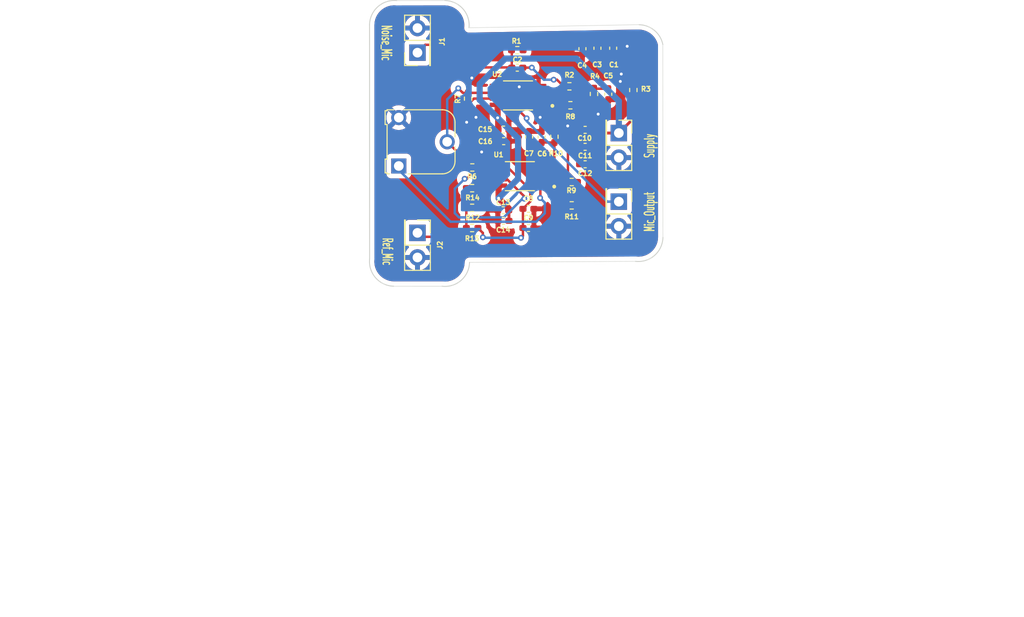
<source format=kicad_pcb>
(kicad_pcb (version 20240108) (generator "pcbnew") (generator_version "8.0")
  (layers (0 "F.Cu" signal) (31 "B.Cu" signal) (34 "B.Paste" user) (35 "F.Paste" user) (36 "B.SilkS" user "B.Silkscreen") (37 "F.SilkS" user "F.Silkscreen") (38 "B.Mask" user) (39 "F.Mask" user) (44 "Edge.Cuts" user))
  (net 0 "")
  (net 1 "Net-(C1-Pad1)")
  (net 2 "GND")
  (net 3 "/Noise_mic")
  (net 4 "Net-(C5-Pad1)")
  (net 5 "Net-(U1A--)")
  (net 6 "Net-(U1B--)")
  (net 7 "VDD")
  (net 8 "Net-(R11-Pad2)")
  (net 9 "Net-(R14-Pad2)")
  (net 10 "/Output")
  (net 11 "Net-(R10-Pad1)")
  (net 12 "Net-(U1A-+)")
  (net 13 "/Voice_input_mic")
  (net 14 "Net-(U1B-+)")
  (net 15 "Net-(U2A-+)")
  (net 16 "Net-(U2A--)")
  (net 17 "Net-(U2B--)")
  (footprint "Capacitor_SMD:C_0402_1005Metric_Pad0.74x0.62mm_HandSolder" (layer "F.Cu") (at 160.528 92.7354 -90)
    (property "Reference" "C4" (at 1.7272 0.0254 180) (layer "F.SilkS") (effects (font (size 0.5 0.5) (thickness 0.125))))
    (property "Value" "10uF" (hide yes))
    (fp_line (start -0.115835 0.36) (end 0.115835 0.36) (stroke (width 0.12)) (layer "F.SilkS"))
    (fp_line (start -0.115835 -0.36) (end 0.115835 -0.36) (stroke (width 0.12)) (layer "F.SilkS"))
    (pad "1" smd roundrect (at -0.5675 0 270) (size 0.735 0.62) (layers "F.Cu" "F.Paste" "F.Mask") (net 1 "Net-(C1-Pad1)"))
    (pad "2" smd roundrect (at 0.5675 0 270) (size 0.735 0.62) (layers "F.Cu" "F.Paste" "F.Mask") (net 2 "GND"))
  )
  (footprint "Connector_PinHeader_2.54mm:PinHeader_2x01_P2.54mm_Vertical" (layer "F.Cu") (at 164.2872 101.4476 -90)
    (property "Reference" "J3" (hide yes))
    (property "Value" "Conn_01x02" (hide yes))
    (fp_line (start -1.33 1.33) (end 3.87 1.33) (stroke (width 0.12)) (layer "F.SilkS"))
    (fp_line (start -1.33 1.27) (end -1.33 1.33) (stroke (width 0.12)) (layer "F.SilkS"))
    (fp_line (start -1.33 1.27) (end 1.27 1.27) (stroke (width 0.12)) (layer "F.SilkS"))
    (fp_line (start 1.27 1.27) (end 1.27 -1.33) (stroke (width 0.12)) (layer "F.SilkS"))
    (fp_line (start -1.33 0) (end -1.33 -1.33) (stroke (width 0.12)) (layer "F.SilkS"))
    (fp_line (start -1.33 -1.33) (end 0 -1.33) (stroke (width 0.12)) (layer "F.SilkS"))
    (fp_line (start 1.27 -1.33) (end 3.87 -1.33) (stroke (width 0.12)) (layer "F.SilkS"))
    (fp_line (start 3.87 -1.33) (end 3.87 1.33) (stroke (width 0.12)) (layer "F.SilkS"))
    (pad "1" thru_hole rect (at 0 0 270) (size 1.7 1.7) (drill 1) (layers "*.Cu" "*.Mask") (net 7 "VDD"))
    (pad "2" thru_hole oval (at 2.54 0 270) (size 1.7 1.7) (drill 1) (layers "*.Cu" "*.Mask") (net 2 "GND"))
  )
  (footprint "Connector_PinHeader_2.54mm:PinHeader_2x01_P2.54mm_Vertical" (layer "F.Cu") (at 143.4846 111.76 -90)
    (property "Reference" "J2" (at 1.27 -2.33 90) (layer "F.SilkS") (effects (font (size 0.5 0.5) (thickness 0.125))))
    (property "Value" "Conn_01x02" (hide yes))
    (fp_line (start -1.33 1.33) (end 3.87 1.33) (stroke (width 0.12)) (layer "F.SilkS"))
    (fp_line (start -1.33 1.27) (end -1.33 1.33) (stroke (width 0.12)) (layer "F.SilkS"))
    (fp_line (start -1.33 1.27) (end 1.27 1.27) (stroke (width 0.12)) (layer "F.SilkS"))
    (fp_line (start 1.27 1.27) (end 1.27 -1.33) (stroke (width 0.12)) (layer "F.SilkS"))
    (fp_line (start -1.33 0) (end -1.33 -1.33) (stroke (width 0.12)) (layer "F.SilkS"))
    (fp_line (start -1.33 -1.33) (end 0 -1.33) (stroke (width 0.12)) (layer "F.SilkS"))
    (fp_line (start 1.27 -1.33) (end 3.87 -1.33) (stroke (width 0.12)) (layer "F.SilkS"))
    (fp_line (start 3.87 -1.33) (end 3.87 1.33) (stroke (width 0.12)) (layer "F.SilkS"))
    (pad "1" thru_hole rect (at 0 0 270) (size 1.7 1.7) (drill 1) (layers "*.Cu" "*.Mask") (net 13 "/Voice_input_mic"))
    (pad "2" thru_hole oval (at 2.54 0 270) (size 1.7 1.7) (drill 1) (layers "*.Cu" "*.Mask") (net 2 "GND"))
  )
  (footprint "Capacitor_SMD:C_0402_1005Metric_Pad0.74x0.62mm_HandSolder" (layer "F.Cu") (at 156.3116 101.854 90)
    (property "Reference" "C6" (at -1.7272 0.0508 0) (layer "F.SilkS") (effects (font (size 0.5 0.5) (thickness 0.125))))
    (property "Value" "1nF" (hide yes))
    (fp_line (start -0.115835 -0.36) (end 0.115835 -0.36) (stroke (width 0.12)) (layer "F.SilkS"))
    (fp_line (start -0.115835 0.36) (end 0.115835 0.36) (stroke (width 0.12)) (layer "F.SilkS"))
    (pad "1" smd roundrect (at -0.5675 0 90) (size 0.735 0.62) (layers "F.Cu" "F.Paste" "F.Mask") (net 12 "Net-(U1A-+)"))
    (pad "2" smd roundrect (at 0.5675 0 90) (size 0.735 0.62) (layers "F.Cu" "F.Paste" "F.Mask") (net 2 "GND"))
  )
  (footprint "ADA4522-2ARMZ:SOP65P490X110-8N" (layer "F.Cu") (at 153.8732 97.5614 180)
    (property "Reference" "U2" (at 2.159 2.1844 0) (layer "F.SilkS") (effects (font (size 0.5 0.5) (thickness 0.125))))
    (property "Value" "ADA4522-2" (hide yes))
    (fp_line (start -1.5 1.5) (end 1.5 1.5) (stroke (width 0.127)) (layer "F.SilkS"))
    (fp_line (start -1.5 -1.5) (end 1.5 -1.5) (stroke (width 0.127)) (layer "F.SilkS"))
    (fp_circle (center -3.55 -1.075) (end -3.45 -1.075) (stroke (width 0.2)) (fill none) (layer "F.SilkS"))
    (pad "1" smd roundrect (at -2.12 -0.975 180) (size 1.62 0.45) (layers "F.Cu" "F.Paste" "F.Mask") (roundrect_rratio 0.15) (net 11 "Net-(R10-Pad1)"))
    (pad "2" smd roundrect (at -2.12 -0.325 180) (size 1.62 0.45) (layers "F.Cu" "F.Paste" "F.Mask") (roundrect_rratio 0.15) (net 16 "Net-(U2A--)"))
    (pad "3" smd roundrect (at -2.12 0.325 180) (size 1.62 0.45) (layers "F.Cu" "F.Paste" "F.Mask") (roundrect_rratio 0.15) (net 15 "Net-(U2A-+)"))
    (pad "4" smd roundrect (at -2.12 0.975 180) (size 1.62 0.45) (layers "F.Cu" "F.Paste" "F.Mask") (roundrect_rratio 0.15) (net 2 "GND"))
    (pad "5" smd roundrect (at 2.12 0.975 180) (size 1.62 0.45) (layers "F.Cu" "F.Paste" "F.Mask") (roundrect_rratio 0.15) (net 2 "GND"))
    (pad "6" smd roundrect (at 2.12 0.325 180) (size 1.62 0.45) (layers "F.Cu" "F.Paste" "F.Mask") (roundrect_rratio 0.15) (net 17 "Net-(U2B--)"))
    (pad "7" smd roundrect (at 2.12 -0.325 180) (size 1.62 0.45) (layers "F.Cu" "F.Paste" "F.Mask") (roundrect_rratio 0.15) (net 10 "/Output"))
    (pad "8" smd roundrect (at 2.12 -0.975 180) (size 1.62 0.45) (layers "F.Cu" "F.Paste" "F.Mask") (roundrect_rratio 0.15) (net 7 "VDD"))
  )
  (footprint "Resistor_SMD:R_0402_1005Metric_Pad0.72x0.64mm_HandSolder" (layer "F.Cu") (at 159.4191 106.50655 180)
    (property "Reference" "R9" (at 0.03 -0.88 0) (layer "F.SilkS") (effects (font (size 0.5 0.5) (thickness 0.125))))
    (property "Value" "0" (hide yes))
    (fp_line (start -0.167621 0.38) (end 0.167621 0.38) (stroke (width 0.12)) (layer "F.SilkS"))
    (fp_line (start -0.167621 -0.38) (end 0.167621 -0.38) (stroke (width 0.12)) (layer "F.SilkS"))
    (pad "1" smd roundrect (at -0.5975 0 180) (size 0.715 0.64) (layers "F.Cu" "F.Paste" "F.Mask") (net 11 "Net-(R10-Pad1)"))
    (pad "2" smd roundrect (at 0.5975 0 180) (size 0.715 0.64) (layers "F.Cu" "F.Paste" "F.Mask") (net 5 "Net-(U1A--)"))
  )
  (footprint "ADA4522-2ARMZ:SOP65P490X110-8N" (layer "F.Cu") (at 154.0628 105.9024 180)
    (property "Reference" "U1" (at 2.1962 2.2196 0) (layer "F.SilkS") (effects (font (size 0.5 0.5) (thickness 0.125))))
    (property "Value" "ADA4522-2" (hide yes))
    (fp_line (start -1.5 1.5) (end 1.5 1.5) (stroke (width 0.127)) (layer "F.SilkS"))
    (fp_line (start -1.5 -1.5) (end 1.5 -1.5) (stroke (width 0.127)) (layer "F.SilkS"))
    (fp_circle (center -3.55 -1.075) (end -3.45 -1.075) (stroke (width 0.2)) (fill none) (layer "F.SilkS"))
    (pad "1" smd roundrect (at -2.12 -0.975 180) (size 1.62 0.45) (layers "F.Cu" "F.Paste" "F.Mask") (roundrect_rratio 0.15) (net 8 "Net-(R11-Pad2)"))
    (pad "2" smd roundrect (at -2.12 -0.325 180) (size 1.62 0.45) (layers "F.Cu" "F.Paste" "F.Mask") (roundrect_rratio 0.15) (net 5 "Net-(U1A--)"))
    (pad "3" smd roundrect (at -2.12 0.325 180) (size 1.62 0.45) (layers "F.Cu" "F.Paste" "F.Mask") (roundrect_rratio 0.15) (net 12 "Net-(U1A-+)"))
    (pad "4" smd roundrect (at -2.12 0.975 180) (size 1.62 0.45) (layers "F.Cu" "F.Paste" "F.Mask") (roundrect_rratio 0.15) (net 2 "GND"))
    (pad "5" smd roundrect (at 2.12 0.975 180) (size 1.62 0.45) (layers "F.Cu" "F.Paste" "F.Mask") (roundrect_rratio 0.15) (net 14 "Net-(U1B-+)"))
    (pad "6" smd roundrect (at 2.12 0.325 180) (size 1.62 0.45) (layers "F.Cu" "F.Paste" "F.Mask") (roundrect_rratio 0.15) (net 6 "Net-(U1B--)"))
    (pad "7" smd roundrect (at 2.12 -0.325 180) (size 1.62 0.45) (layers "F.Cu" "F.Paste" "F.Mask") (roundrect_rratio 0.15) (net 9 "Net-(R14-Pad2)"))
    (pad "8" smd roundrect (at 2.12 -0.975 180) (size 1.62 0.45) (layers "F.Cu" "F.Paste" "F.Mask") (roundrect_rratio 0.15) (net 7 "VDD"))
  )
  (footprint "Resistor_SMD:R_0402_1005Metric_Pad0.72x0.64mm_HandSolder" (layer "F.Cu") (at 149.1488 105.0036 180)
    (property "Reference" "R6" (at 0.0254 -0.9398 0) (layer "F.SilkS") (effects (font (size 0.5 0.5) (thickness 0.125))))
    (property "Value" "10K" (hide yes))
    (fp_line (start -0.167621 0.38) (end 0.167621 0.38) (stroke (width 0.12)) (layer "F.SilkS"))
    (fp_line (start -0.167621 -0.38) (end 0.167621 -0.38) (stroke (width 0.12)) (layer "F.SilkS"))
    (pad "1" smd roundrect (at -0.5975 0 180) (size 0.715 0.64) (layers "F.Cu" "F.Paste" "F.Mask") (net 9 "Net-(R14-Pad2)"))
    (pad "2" smd roundrect (at 0.5975 0 180) (size 0.715 0.64) (layers "F.Cu" "F.Paste" "F.Mask") (net 17 "Net-(U2B--)"))
  )
  (footprint "Resistor_SMD:R_0402_1005Metric_Pad0.72x0.64mm_HandSolder" (layer "F.Cu") (at 149.1321 111.25635)
    (property "Reference" "R13" (at -0.0087 1.08785 0) (layer "F.SilkS") (effects (font (size 0.5 0.5) (thickness 0.125))))
    (property "Value" "13K" (hide yes))
    (fp_line (start -0.167621 -0.38) (end 0.167621 -0.38) (stroke (width 0.12)) (layer "F.SilkS"))
    (fp_line (start -0.167621 0.38) (end 0.167621 0.38) (stroke (width 0.12)) (layer "F.SilkS"))
    (pad "1" smd roundrect (at -0.5975 0) (size 0.715 0.64) (layers "F.Cu" "F.Paste" "F.Mask") (net 13 "/Voice_input_mic"))
    (pad "2" smd roundrect (at 0.5975 0) (size 0.715 0.64) (layers "F.Cu" "F.Paste" "F.Mask") (net 14 "Net-(U1B-+)"))
  )
  (footprint "Resistor_SMD:R_0402_1005Metric_Pad0.72x0.64mm_HandSolder" (layer "F.Cu") (at 161.7218 97.409 90)
    (property "Reference" "R4" (at 1.8288 0.1016 180) (layer "F.SilkS") (effects (font (size 0.5 0.5) (thickness 0.125))))
    (property "Value" "1K" (hide yes))
    (fp_line (start -0.167621 -0.38) (end 0.167621 -0.38) (stroke (width 0.12)) (layer "F.SilkS"))
    (fp_line (start -0.167621 0.38) (end 0.167621 0.38) (stroke (width 0.12)) (layer "F.SilkS"))
    (pad "1" smd roundrect (at -0.5975 0 90) (size 0.715 0.64) (layers "F.Cu" "F.Paste" "F.Mask") (net 16 "Net-(U2A--)"))
    (pad "2" smd roundrect (at 0.5975 0 90) (size 0.715 0.64) (layers "F.Cu" "F.Paste" "F.Mask") (net 4 "Net-(C5-Pad1)"))
  )
  (footprint "Resistor_SMD:R_0402_1005Metric_Pad0.72x0.64mm_HandSolder" (layer "F.Cu") (at 149.1321 107.14155)
    (property "Reference" "R14" (at 0.0421 0.98625 0) (layer "F.SilkS") (effects (font (size 0.5 0.5) (thickness 0.125))))
    (property "Value" "0" (hide yes))
    (fp_line (start -0.167621 -0.38) (end 0.167621 -0.38) (stroke (width 0.12)) (layer "F.SilkS"))
    (fp_line (start -0.167621 0.38) (end 0.167621 0.38) (stroke (width 0.12)) (layer "F.SilkS"))
    (pad "1" smd roundrect (at -0.5975 0) (size 0.715 0.64) (layers "F.Cu" "F.Paste" "F.Mask") (net 6 "Net-(U1B--)"))
    (pad "2" smd roundrect (at 0.5975 0) (size 0.715 0.64) (layers "F.Cu" "F.Paste" "F.Mask") (net 9 "Net-(R14-Pad2)"))
  )
  (footprint "Capacitor_SMD:C_0402_1005Metric_Pad0.74x0.62mm_HandSolder" (layer "F.Cu") (at 160.8074 104.6734 180)
    (property "Reference" "C12" (at 0 -0.9398 0) (layer "F.SilkS") (effects (font (size 0.5 0.5) (thickness 0.125))))
    (property "Value" "0.01uF" (hide yes))
    (fp_line (start -0.115835 0.36) (end 0.115835 0.36) (stroke (width 0.12)) (layer "F.SilkS"))
    (fp_line (start -0.115835 -0.36) (end 0.115835 -0.36) (stroke (width 0.12)) (layer "F.SilkS"))
    (pad "1" smd roundrect (at -0.5675 0 180) (size 0.735 0.62) (layers "F.Cu" "F.Paste" "F.Mask") (net 7 "VDD"))
    (pad "2" smd roundrect (at 0.5675 0 180) (size 0.735 0.62) (layers "F.Cu" "F.Paste" "F.Mask") (net 2 "GND"))
  )
  (footprint "Resistor_SMD:R_0402_1005Metric_Pad0.72x0.64mm_HandSolder" (layer "F.Cu") (at 149.1321 109.17355)
    (property "Reference" "R12" (at 0.05 1.01165 0) (layer "F.SilkS") (effects (font (size 0.5 0.5) (thickness 0.125))))
    (property "Value" "0" (hide yes))
    (fp_line (start -0.167621 -0.38) (end 0.167621 -0.38) (stroke (width 0.12)) (layer "F.SilkS"))
    (fp_line (start -0.167621 0.38) (end 0.167621 0.38) (stroke (width 0.12)) (layer "F.SilkS"))
    (pad "1" smd roundrect (at -0.5975 0) (size 0.715 0.64) (layers "F.Cu" "F.Paste" "F.Mask") (net 13 "/Voice_input_mic"))
    (pad "2" smd roundrect (at 0.5975 0) (size 0.715 0.64) (layers "F.Cu" "F.Paste" "F.Mask") (net 6 "Net-(U1B--)"))
  )
  (footprint "Resistor_SMD:R_0402_1005Metric_Pad0.72x0.64mm_HandSolder" (layer "F.Cu") (at 159.4191 108.91955 180)
    (property "Reference" "R11" (at 0 -1.17 0) (layer "F.SilkS") (effects (font (size 0.5 0.5) (thickness 0.125))))
    (property "Value" "0" (hide yes))
    (fp_line (start -0.167621 0.38) (end 0.167621 0.38) (stroke (width 0.12)) (layer "F.SilkS"))
    (fp_line (start -0.167621 -0.38) (end 0.167621 -0.38) (stroke (width 0.12)) (layer "F.SilkS"))
    (pad "1" smd roundrect (at -0.5975 0 180) (size 0.715 0.64) (layers "F.Cu" "F.Paste" "F.Mask") (net 5 "Net-(U1A--)"))
    (pad "2" smd roundrect (at 0.5975 0 180) (size 0.715 0.64) (layers "F.Cu" "F.Paste" "F.Mask") (net 8 "Net-(R11-Pad2)"))
  )
  (footprint "Capacitor_SMD:C_0402_1005Metric_Pad0.74x0.62mm_HandSolder" (layer "F.Cu") (at 162.0774 92.6846 -90)
    (property "Reference" "C3" (at 1.6931 0.0254 180) (layer "F.SilkS") (effects (font (size 0.5 0.5) (thickness 0.125))))
    (property "Value" "10uF" (hide yes))
    (fp_line (start -0.115835 0.36) (end 0.115835 0.36) (stroke (width 0.12)) (layer "F.SilkS"))
    (fp_line (start -0.115835 -0.36) (end 0.115835 -0.36) (stroke (width 0.12)) (layer "F.SilkS"))
    (pad "1" smd roundrect (at -0.5675 0 270) (size 0.735 0.62) (layers "F.Cu" "F.Paste" "F.Mask") (net 1 "Net-(C1-Pad1)"))
    (pad "2" smd roundrect (at 0.5675 0 270) (size 0.735 0.62) (layers "F.Cu" "F.Paste" "F.Mask") (net 2 "GND"))
  )
  (footprint "Capacitor_SMD:C_0402_1005Metric_Pad0.74x0.62mm_HandSolder" (layer "F.Cu") (at 152.3659 110.5154 180)
    (property "Reference" "C14" (at 0.0167 -0.9398 0) (layer "F.SilkS") (effects (font (size 0.5 0.5) (thickness 0.125))))
    (property "Value" "1uF" (hide yes))
    (fp_line (start -0.115835 0.36) (end 0.115835 0.36) (stroke (width 0.12)) (layer "F.SilkS"))
    (fp_line (start -0.115835 -0.36) (end 0.115835 -0.36) (stroke (width 0.12)) (layer "F.SilkS"))
    (pad "1" smd roundrect (at -0.5675 0 180) (size 0.735 0.62) (layers "F.Cu" "F.Paste" "F.Mask") (net 7 "VDD"))
    (pad "2" smd roundrect (at 0.5675 0 180) (size 0.735 0.62) (layers "F.Cu" "F.Paste" "F.Mask") (net 2 "GND"))
  )
  (footprint "Capacitor_SMD:C_0402_1005Metric_Pad0.74x0.62mm_HandSolder" (layer "F.Cu") (at 160.8074 101.1174 180)
    (property "Reference" "C10" (at 0.0508 -0.8636 0) (layer "F.SilkS") (effects (font (size 0.5 0.5) (thickness 0.125))))
    (property "Value" "10uF" (hide yes))
    (fp_line (start -0.115835 0.36) (end 0.115835 0.36) (stroke (width 0.12)) (layer "F.SilkS"))
    (fp_line (start -0.115835 -0.36) (end 0.115835 -0.36) (stroke (width 0.12)) (layer "F.SilkS"))
    (pad "1" smd roundrect (at -0.5675 0 180) (size 0.735 0.62) (layers "F.Cu" "F.Paste" "F.Mask") (net 7 "VDD"))
    (pad "2" smd roundrect (at 0.5675 0 180) (size 0.735 0.62) (layers "F.Cu" "F.Paste" "F.Mask") (net 2 "GND"))
  )
  (footprint "Resistor_SMD:R_0402_1005Metric_Pad0.72x0.64mm_HandSolder" (layer "F.Cu") (at 157.6324 101.8286 -90)
    (property "Reference" "R10" (at 1.7272 -0.1524 180) (layer "F.SilkS") (effects (font (size 0.5 0.5) (thickness 0.125))))
    (property "Value" "13K" (hide yes))
    (fp_line (start -0.167621 0.38) (end 0.167621 0.38) (stroke (width 0.12)) (layer "F.SilkS"))
    (fp_line (start -0.167621 -0.38) (end 0.167621 -0.38) (stroke (width 0.12)) (layer "F.SilkS"))
    (pad "1" smd roundrect (at -0.5975 0 270) (size 0.715 0.64) (layers "F.Cu" "F.Paste" "F.Mask") (net 11 "Net-(R10-Pad1)"))
    (pad "2" smd roundrect (at 0.5975 0 270) (size 0.715 0.64) (layers "F.Cu" "F.Paste" "F.Mask") (net 12 "Net-(U1A-+)"))
  )
  (footprint "Capacitor_SMD:C_0402_1005Metric_Pad0.74x0.62mm_HandSolder" (layer "F.Cu") (at 154.9487 109.27515)
    (property "Reference" "C8" (at 0 -1.06 0) (layer "F.SilkS") (effects (font (size 0.5 0.5) (thickness 0.125))))
    (property "Value" "1nF" (hide yes))
    (fp_line (start -0.115835 -0.36) (end 0.115835 -0.36) (stroke (width 0.12)) (layer "F.SilkS"))
    (fp_line (start -0.115835 0.36) (end 0.115835 0.36) (stroke (width 0.12)) (layer "F.SilkS"))
    (pad "1" smd roundrect (at -0.5675 0) (size 0.735 0.62) (layers "F.Cu" "F.Paste" "F.Mask") (net 14 "Net-(U1B-+)"))
    (pad "2" smd roundrect (at 0.5675 0) (size 0.735 0.62) (layers "F.Cu" "F.Paste" "F.Mask") (net 2 "GND"))
  )
  (footprint "Capacitor_SMD:C_0402_1005Metric_Pad0.74x0.62mm_HandSolder" (layer "F.Cu") (at 160.8074 102.87 180)
    (property "Reference" "C11" (at 0 -0.9144 0) (layer "F.SilkS") (effects (font (size 0.5 0.5) (thickness 0.125))))
    (property "Value" "0.1uF" (hide yes))
    (fp_line (start -0.115835 0.36) (end 0.115835 0.36) (stroke (width 0.12)) (layer "F.SilkS"))
    (fp_line (start -0.115835 -0.36) (end 0.115835 -0.36) (stroke (width 0.12)) (layer "F.SilkS"))
    (pad "1" smd roundrect (at -0.5675 0 180) (size 0.735 0.62) (layers "F.Cu" "F.Paste" "F.Mask") (net 7 "VDD"))
    (pad "2" smd roundrect (at 0.5675 0 180) (size 0.735 0.62) (layers "F.Cu" "F.Paste" "F.Mask") (net 2 "GND"))
  )
  (footprint "Resistor_SMD:R_0402_1005Metric_Pad0.72x0.64mm_HandSolder" (layer "F.Cu") (at 165.7858 97.0026 -90)
    (property "Reference" "R3" (at -0.1016 -1.2954 180) (layer "F.SilkS") (effects (font (size 0.5 0.5) (thickness 0.125))))
    (property "Value" "4.7K" (hide yes))
    (fp_line (start -0.167621 0.38) (end 0.167621 0.38) (stroke (width 0.12)) (layer "F.SilkS"))
    (fp_line (start -0.167621 -0.38) (end 0.167621 -0.38) (stroke (width 0.12)) (layer "F.SilkS"))
    (pad "1" smd roundrect (at -0.5975 0 270) (size 0.715 0.64) (layers "F.Cu" "F.Paste" "F.Mask") (net 1 "Net-(C1-Pad1)"))
    (pad "2" smd roundrect (at 0.5975 0 270) (size 0.715 0.64) (layers "F.Cu" "F.Paste" "F.Mask") (net 7 "VDD"))
  )
  (footprint "Resistor_SMD:R_0402_1005Metric_Pad0.72x0.64mm_HandSolder" (layer "F.Cu") (at 148.717 97.8916 -90)
    (property "Reference" "R7" (at 0.02 1.07 90) (layer "F.SilkS") (effects (font (size 0.5 0.5) (thickness 0.125))))
    (property "Value" "10K" (hide yes))
    (fp_line (start -0.167621 0.38) (end 0.167621 0.38) (stroke (width 0.12)) (layer "F.SilkS"))
    (fp_line (start -0.167621 -0.38) (end 0.167621 -0.38) (stroke (width 0.12)) (layer "F.SilkS"))
    (pad "1" smd roundrect (at -0.5975 0 270) (size 0.715 0.64) (layers "F.Cu" "F.Paste" "F.Mask") (net 17 "Net-(U2B--)"))
    (pad "2" smd roundrect (at 0.5975 0 270) (size 0.715 0.64) (layers "F.Cu" "F.Paste" "F.Mask") (net 10 "/Output"))
  )
  (footprint "Capacitor_SMD:C_0402_1005Metric_Pad0.74x0.62mm_HandSolder" (layer "F.Cu") (at 163.195 97.4344 -90)
    (property "Reference" "C5" (at -1.905 0 180) (layer "F.SilkS") (effects (font (size 0.5 0.5) (thickness 0.125))))
    (property "Value" "10uF" (hide yes))
    (fp_line (start -0.115835 0.36) (end 0.115835 0.36) (stroke (width 0.12)) (layer "F.SilkS"))
    (fp_line (start -0.115835 -0.36) (end 0.115835 -0.36) (stroke (width 0.12)) (layer "F.SilkS"))
    (pad "1" smd roundrect (at -0.5675 0 270) (size 0.735 0.62) (layers "F.Cu" "F.Paste" "F.Mask") (net 4 "Net-(C5-Pad1)"))
    (pad "2" smd roundrect (at 0.5675 0 270) (size 0.735 0.62) (layers "F.Cu" "F.Paste" "F.Mask") (net 2 "GND"))
  )
  (footprint "Resistor_SMD:R_0402_1005Metric_Pad0.72x0.64mm_HandSolder" (layer "F.Cu") (at 153.797 92.8878 180)
    (property "Reference" "R1" (at 0.0762 0.9398 0) (layer "F.SilkS") (effects (font (size 0.5 0.5) (thickness 0.125))))
    (property "Value" "2.2K" (hide yes))
    (fp_line (start -0.167621 0.38) (end 0.167621 0.38) (stroke (width 0.12)) (layer "F.SilkS"))
    (fp_line (start -0.167621 -0.38) (end 0.167621 -0.38) (stroke (width 0.12)) (layer "F.SilkS"))
    (pad "1" smd roundrect (at -0.5975 0 180) (size 0.715 0.64) (layers "F.Cu" "F.Paste" "F.Mask") (net 1 "Net-(C1-Pad1)"))
    (pad "2" smd roundrect (at 0.5975 0 180) (size 0.715 0.64) (layers "F.Cu" "F.Paste" "F.Mask") (net 3 "/Noise_mic"))
  )
  (footprint "Connector_PinHeader_2.54mm:PinHeader_2x01_P2.54mm_Vertical" (layer "F.Cu") (at 164.2872 108.5342 -90)
    (property "Reference" "J4" (hide yes))
    (property "Value" "Conn_01x02" (hide yes))
    (fp_line (start -1.33 1.33) (end 3.87 1.33) (stroke (width 0.12)) (layer "F.SilkS"))
    (fp_line (start -1.33 1.27) (end -1.33 1.33) (stroke (width 0.12)) (layer "F.SilkS"))
    (fp_line (start -1.33 1.27) (end 1.27 1.27) (stroke (width 0.12)) (layer "F.SilkS"))
    (fp_line (start 1.27 1.27) (end 1.27 -1.33) (stroke (width 0.12)) (layer "F.SilkS"))
    (fp_line (start -1.33 0) (end -1.33 -1.33) (stroke (width 0.12)) (layer "F.SilkS"))
    (fp_line (start -1.33 -1.33) (end 0 -1.33) (stroke (width 0.12)) (layer "F.SilkS"))
    (fp_line (start 1.27 -1.33) (end 3.87 -1.33) (stroke (width 0.12)) (layer "F.SilkS"))
    (fp_line (start 3.87 -1.33) (end 3.87 1.33) (stroke (width 0.12)) (layer "F.SilkS"))
    (pad "1" thru_hole rect (at 0 0 270) (size 1.7 1.7) (drill 1) (layers "*.Cu" "*.Mask") (net 10 "/Output"))
    (pad "2" thru_hole oval (at 2.54 0 270) (size 1.7 1.7) (drill 1) (layers "*.Cu" "*.Mask") (net 2 "GND"))
  )
  (footprint "Connector_PinHeader_2.54mm:PinHeader_2x01_P2.54mm_Vertical" (layer "F.Cu") (at 143.4846 93.1418 90)
    (property "Reference" "J1" (at 1.143 2.54 -90) (layer "F.SilkS") (effects (font (size 0.5 0.5) (thickness 0.125))))
    (property "Value" "Conn_01x02" (hide yes))
    (fp_line (start 3.87 -1.33) (end 3.87 1.33) (stroke (width 0.12)) (layer "F.SilkS"))
    (fp_line (start 1.27 -1.33) (end 3.87 -1.33) (stroke (width 0.12)) (layer "F.SilkS"))
    (fp_line (start -1.33 -1.33) (end 0 -1.33) (stroke (width 0.12)) (layer "F.SilkS"))
    (fp_line (start -1.33 0) (end -1.33 -1.33) (stroke (width 0.12)) (layer "F.SilkS"))
    (fp_line (start 1.27 1.27) (end 1.27 -1.33) (stroke (width 0.12)) (layer "F.SilkS"))
    (fp_line (start -1.33 1.27) (end 1.27 1.27) (stroke (width 0.12)) (layer "F.SilkS"))
    (fp_line (start -1.33 1.27) (end -1.33 1.33) (stroke (width 0.12)) (layer "F.SilkS"))
    (fp_line (start -1.33 1.33) (end 3.87 1.33) (stroke (width 0.12)) (layer "F.SilkS"))
    (pad "1" thru_hole rect (at 0 0 90) (size 1.7 1.7) (drill 1) (layers "*.Cu" "*.Mask") (net 3 "/Noise_mic"))
    (pad "2" thru_hole oval (at 2.54 0 90) (size 1.7 1.7) (drill 1) (layers "*.Cu" "*.Mask") (net 2 "GND"))
  )
  (footprint "Capacitor_SMD:C_0402_1005Metric_Pad0.74x0.62mm_HandSolder" (layer "F.Cu") (at 152.3405 109.4232 180)
    (property "Reference" "C13" (at -0.0087 0.8128 0) (layer "F.SilkS") (effects (font (size 0.5 0.5) (thickness 0.125))))
    (property "Value" "0.1uF" (hide yes))
    (fp_line (start -0.115835 0.36) (end 0.115835 0.36) (stroke (width 0.12)) (layer "F.SilkS"))
    (fp_line (start -0.115835 -0.36) (end 0.115835 -0.36) (stroke (width 0.12)) (layer "F.SilkS"))
    (pad "1" smd roundrect (at -0.5675 0 180) (size 0.735 0.62) (layers "F.Cu" "F.Paste" "F.Mask") (net 7 "VDD"))
    (pad "2" smd roundrect (at 0.5675 0 180) (size 0.735 0.62) (layers "F.Cu" "F.Paste" "F.Mask") (net 2 "GND"))
  )
  (footprint "Capacitor_SMD:C_0402_1005Metric_Pad0.74x0.62mm_HandSolder" (layer "F.Cu") (at 153.797 94.6912)
    (property "Reference" "C2" (at 0.0254 -0.8128 0) (layer "F.SilkS") (effects (font (size 0.5 0.5) (thickness 0.125))))
    (property "Value" "0.01uF" (hide yes))
    (fp_line (start -0.115835 -0.36) (end 0.115835 -0.36) (stroke (width 0.12)) (layer "F.SilkS"))
    (fp_line (start -0.115835 0.36) (end 0.115835 0.36) (stroke (width 0.12)) (layer "F.SilkS"))
    (pad "1" smd roundrect (at -0.5675 0) (size 0.735 0.62) (layers "F.Cu" "F.Paste" "F.Mask") (net 3 "/Noise_mic"))
    (pad "2" smd roundrect (at 0.5675 0) (size 0.735 0.62) (layers "F.Cu" "F.Paste" "F.Mask") (net 15 "Net-(U2A-+)"))
  )
  (footprint "Resistor_SMD:R_0402_1005Metric_Pad0.72x0.64mm_HandSolder" (layer "F.Cu") (at 159.2834 98.5774 180)
    (property "Reference" "R8" (at 0 -1.17 0) (layer "F.SilkS") (effects (font (size 0.5 0.5) (thickness 0.125))))
    (property "Value" "22K" (hide yes))
    (fp_line (start -0.167621 0.38) (end 0.167621 0.38) (stroke (width 0.12)) (layer "F.SilkS"))
    (fp_line (start -0.167621 -0.38) (end 0.167621 -0.38) (stroke (width 0.12)) (layer "F.SilkS"))
    (pad "1" smd roundrect (at -0.5975 0 180) (size 0.715 0.64) (layers "F.Cu" "F.Paste" "F.Mask") (net 16 "Net-(U2A--)"))
    (pad "2" smd roundrect (at 0.5975 0 180) (size 0.715 0.64) (layers "F.Cu" "F.Paste" "F.Mask") (net 11 "Net-(R10-Pad1)"))
  )
  (footprint "Capacitor_SMD:C_0402_1005Metric_Pad0.74x0.62mm_HandSolder" (layer "F.Cu") (at 163.703 92.6846 -90)
    (property "Reference" "C1" (at 1.7018 -0.0762 180) (layer "F.SilkS") (effects (font (size 0.5 0.5) (thickness 0.125))))
    (property "Value" "10uF" (hide yes))
    (fp_line (start -0.115835 0.36) (end 0.115835 0.36) (stroke (width 0.12)) (layer "F.SilkS"))
    (fp_line (start -0.115835 -0.36) (end 0.115835 -0.36) (stroke (width 0.12)) (layer "F.SilkS"))
    (pad "1" smd roundrect (at -0.5675 0 270) (size 0.735 0.62) (layers "F.Cu" "F.Paste" "F.Mask") (net 1 "Net-(C1-Pad1)"))
    (pad "2" smd roundrect (at 0.5675 0 270) (size 0.735 0.62) (layers "F.Cu" "F.Paste" "F.Mask") (net 2 "GND"))
  )
  (footprint "Capacitor_SMD:C_0402_1005Metric_Pad0.74x0.62mm_HandSolder" (layer "F.Cu") (at 154.9487 111.25635)
    (property "Reference" "C9" (at 0.0025 -1.05 0) (layer "F.SilkS") (effects (font (size 0.5 0.5) (thickness 0.125))))
    (property "Value" "1nF" (hide yes))
    (fp_line (start -0.115835 -0.36) (end 0.115835 -0.36) (stroke (width 0.12)) (layer "F.SilkS"))
    (fp_line (start -0.115835 0.36) (end 0.115835 0.36) (stroke (width 0.12)) (layer "F.SilkS"))
    (pad "1" smd roundrect (at -0.5675 0) (size 0.735 0.62) (layers "F.Cu" "F.Paste" "F.Mask") (net 14 "Net-(U1B-+)"))
    (pad "2" smd roundrect (at 0.5675 0) (size 0.735 0.62) (layers "F.Cu" "F.Paste" "F.Mask") (net 2 "GND"))
  )
  (footprint "Capacitor_SMD:C_0402_1005Metric_Pad0.74x0.62mm_HandSolder" (layer "F.Cu") (at 152.3913 102.2858)
    (property "Reference" "C16" (at -1.8963 0.0254 0) (layer "F.SilkS") (effects (font (size 0.5 0.5) (thickness 0.125) (bold yes))))
    (property "Value" "0.1uF" (hide yes))
    (fp_line (start -0.115835 -0.36) (end 0.115835 -0.36) (stroke (width 0.12)) (layer "F.SilkS"))
    (fp_line (start -0.115835 0.36) (end 0.115835 0.36) (stroke (width 0.12)) (layer "F.SilkS"))
    (pad "1" smd roundrect (at -0.5675 0) (size 0.735 0.62) (layers "F.Cu" "F.Paste" "F.Mask") (net 7 "VDD"))
    (pad "2" smd roundrect (at 0.5675 0) (size 0.735 0.62) (layers "F.Cu" "F.Paste" "F.Mask") (net 2 "GND"))
  )
  (footprint "Capacitor_SMD:C_0402_1005Metric_Pad0.74x0.62mm_HandSolder" (layer "F.Cu") (at 152.3746 101.092)
    (property "Reference" "C15" (at -1.905 -0.0254 0) (layer "F.SilkS") (effects (font (size 0.5 0.5) (thickness 0.125) (bold yes))))
    (property "Value" "1uF" (hide yes))
    (fp_line (start -0.115835 -0.36) (end 0.115835 -0.36) (stroke (width 0.12)) (layer "F.SilkS"))
    (fp_line (start -0.115835 0.36) (end 0.115835 0.36) (stroke (width 0.12)) (layer "F.SilkS"))
    (pad "1" smd roundrect (at -0.5675 0) (size 0.735 0.62) (layers "F.Cu" "F.Paste" "F.Mask") (net 7 "VDD"))
    (pad "2" smd roundrect (at 0.5675 0) (size 0.735 0.62) (layers "F.Cu" "F.Paste" "F.Mask") (net 2 "GND"))
  )
  (footprint "Capacitor_SMD:C_0402_1005Metric_Pad0.74x0.62mm_HandSolder" (layer "F.Cu") (at 155.0162 101.854 90)
    (property "Reference" "C7" (at -1.7018 -0.0254 0) (layer "F.SilkS") (effects (font (size 0.5 0.5) (thickness 0.125))))
    (property "Value" "1nF" (hide yes))
    (fp_line (start -0.115835 -0.36) (end 0.115835 -0.36) (stroke (width 0.12)) (layer "F.SilkS"))
    (fp_line (start -0.115835 0.36) (end 0.115835 0.36) (stroke (width 0.12)) (layer "F.SilkS"))
    (pad "1" smd roundrect (at -0.5675 0 90) (size 0.735 0.62) (layers "F.Cu" "F.Paste" "F.Mask") (net 12 "Net-(U1A-+)"))
    (pad "2" smd roundrect (at 0.5675 0 90) (size 0.735 0.62) (layers "F.Cu" "F.Paste" "F.Mask") (net 2 "GND"))
  )
  (footprint "Potentiometer_THT:Potentiometer_Runtron_RM-065_Vertical" (layer "F.Cu") (at 141.5542 104.8512 90)
    (property "Reference" "RV1" (hide yes))
    (property "Value" "R_Potentiometer" (hide yes))
    (fp_line (start 5.71 -1.41) (end 5.71 -1.21) (stroke (width 0.12)) (layer "F.SilkS"))
    (fp_line (start 4.29 -1.41) (end 5.71 -1.41) (stroke (width 0.12)) (layer "F.SilkS"))
    (fp_line (start -0.71 -1.41) (end 0.71 -1.41) (stroke (width 0.12)) (layer "F.SilkS"))
    (fp_line (start -0.71 -1.41) (end -0.71 -1.21) (stroke (width 0.12)) (layer "F.SilkS"))
    (fp_line (start 5.81 -1.21) (end 5.81 -0.52) (stroke (width 0.12)) (layer "F.SilkS"))
    (fp_line (start 5.71 -1.21) (end 5.81 -1.21) (stroke (width 0.12)) (layer "F.SilkS"))
    (fp_line (start 4.29 -1.21) (end 4.29 -1.41) (stroke (width 0.12)) (layer "F.SilkS"))
    (fp_line (start 0.71 -1.21) (end 0.71 -1.41) (stroke (width 0.12)) (layer "F.SilkS"))
    (fp_line (start 0.71 -1.21) (end 4.29 -1.21) (stroke (width 0.12)) (layer "F.SilkS"))
    (fp_line (start -0.71 -1.21) (end -0.81 -1.21) (stroke (width 0.12)) (layer "F.SilkS"))
    (fp_line (start -0.81 -1.21) (end -0.81 -0.96) (stroke (width 0.12)) (layer "F.SilkS"))
    (fp_line (start 5.81 0.52) (end 5.81 4.5) (stroke (width 0.12)) (layer "F.SilkS"))
    (fp_line (start -0.81 4.5) (end -0.81 0.96) (stroke (width 0.12)) (layer "F.SilkS"))
    (fp_line (start 4.5 5.81) (end 3.01 5.81) (stroke (width 0.12)) (layer "F.SilkS"))
    (fp_line (start 1.99 5.81) (end 0.5 5.81) (stroke (width 0.12)) (layer "F.SilkS"))
    (fp_arc (start 5.81 4.5) (mid 5.42631 5.42631) (end 4.5 5.81) (stroke (width 0.12)) (layer "F.SilkS"))
    (fp_arc (start 0.5 5.81) (mid -0.42631 5.42631) (end -0.81 4.5) (stroke (width 0.12)) (layer "F.SilkS"))
    (pad "1" thru_hole rect (at 0 0 90) (size 1.56 1.56) (drill 1) (layers "*.Cu" "*.Mask") (net 8 "Net-(R11-Pad2)"))
    (pad "2" thru_hole circle (at 2.5 5 90) (size 1.56 1.56) (drill 1) (layers "*.Cu" "*.Mask") (net 17 "Net-(U2B--)"))
    (pad "3" thru_hole circle (at 5 0 90) (size 1.56 1.56) (drill 1) (layers "*.Cu" "*.Mask") (net 2 "GND"))
  )
  (footprint "Resistor_SMD:R_0402_1005Metric_Pad0.72x0.64mm_HandSolder" (layer "F.Cu") (at 159.1818 96.6216)
    (property "Reference" "R2" (at 0 -1.17 0) (layer "F.SilkS") (effects (font (size 0.5 0.5) (thickness 0.125))))
    (property "Value" "1M" (hide yes))
    (fp_line (start -0.167621 -0.38) (end 0.167621 -0.38) (stroke (width 0.12)) (layer "F.SilkS"))
    (fp_line (start -0.167621 0.38) (end 0.167621 0.38) (stroke (width 0.12)) (layer "F.SilkS"))
    (pad "1" smd roundrect (at -0.5975 0) (size 0.715 0.64) (layers "F.Cu" "F.Paste" "F.Mask") (net 15 "Net-(U2A-+)"))
    (pad "2" smd roundrect (at 0.5975 0) (size 0.715 0.64) (layers "F.Cu" "F.Paste" "F.Mask") (net 2 "GND"))
  )
  (gr_line (start 141.347818 87.764745) (end 146.322034 87.757) (stroke (width 0.05)) (layer "Edge.Cuts"))
  (gr_arc (start 166.387887 90.256554) (mid 167.971318 90.849364) (end 168.833799 92.3036) (stroke (width 0.1)) (layer "Edge.Cuts"))
  (gr_arc (start 146.322034 87.757) (mid 148.1836 88.61766) (end 148.810855 90.570278) (stroke (width 0.1)) (layer "Edge.Cuts"))
  (gr_line (start 141.028166 117.26886) (end 146.0246 117.2718) (stroke (width 0.05)) (layer "Edge.Cuts"))
  (gr_arc (start 138.53454 90.253566) (mid 139.3952 88.392) (end 141.347818 87.764745) (stroke (width 0.1)) (layer "Edge.Cuts"))
  (gr_arc (start 168.841494 112.234274) (mid 167.9702 114.0968) (end 166.004176 114.699216) (stroke (width 0.1)) (layer "Edge.Cuts"))
  (gr_line (start 148.861918 114.806858) (end 166.004176 114.699216) (stroke (width 0.05)) (layer "Edge.Cuts"))
  (gr_line (start 148.810855 90.570278) (end 166.388034 90.24914) (stroke (width 0.05)) (layer "Edge.Cuts"))
  (gr_arc (start 148.861918 114.806858) (mid 147.990624 116.669384) (end 146.0246 117.2718) (stroke (width 0.1)) (layer "Edge.Cuts"))
  (gr_line (start 168.833799 92.3036) (end 168.841494 112.234274) (stroke (width 0.05)) (layer "Edge.Cuts"))
  (gr_arc (start 141.028166 117.26886) (mid 139.1666 116.4082) (end 138.539345 114.455582) (stroke (width 0.1)) (layer "Edge.Cuts"))
  (gr_line (start 138.53454 90.253566) (end 138.539345 114.455582) (stroke (width 0.1)) (layer "Edge.Cuts"))
  (gr_text "Ref_Mic" (at 139.8016 112.1918 270) (layer "F.SilkS") (effects (font (size 1 0.5) (thickness 0.125) (bold yes)) (justify left bottom)))
  (gr_text "Supply" (at 168.0464 104.0892 90) (layer "F.SilkS") (effects (font (size 1 0.5) (thickness 0.125) (bold yes)) (justify left bottom)))
  (gr_text "Mic_Output" (at 168.0464 111.7092 90) (layer "F.SilkS") (effects (font (size 1 0.5) (thickness 0.125) (bold yes)) (justify left bottom)))
  (gr_text "Noise_Mic" (at 139.7 90.2208 -90) (layer "F.SilkS") (effects (font (size 1 0.5) (thickness 0.125) (bold yes)) (justify left bottom)))
  (segment (start 160.5788 92.1171) (end 160.528 92.1679) (width 0.25) (layer "F.Cu") (net 1))
  (segment (start 165.7858 96.4051) (end 165.7858 94.1999) (width 0.25) (layer "F.Cu") (net 1))
  (segment (start 160.528 92.1679) (end 155.1144 92.1679) (width 0.25) (layer "F.Cu") (net 1))
  (segment (start 165.7858 94.1999) (end 163.703 92.1171) (width 0.25) (layer "F.Cu") (net 1))
  (segment (start 162.0774 92.1171) (end 160.5788 92.1171) (width 0.25) (layer "F.Cu") (net 1))
  (segment (start 155.1144 92.1679) (end 154.3945 92.8878) (width 0.25) (layer "F.Cu") (net 1))
  (segment (start 163.703 92.1171) (end 162.0774 92.1171) (width 0.25) (layer "F.Cu") (net 1))
  (segment (start 156.3116 101.2865) (end 153.1366 101.2865) (width 0.25) (layer "F.Cu") (net 2))
  (segment (start 152.9588 101.1087) (end 152.9421 101.092) (width 0.25) (layer "F.Cu") (net 2))
  (segment (start 153.1366 101.2865) (end 152.9421 101.092) (width 0.25) (layer "F.Cu") (net 2))
  (segment (start 160.2399 104.6734) (end 160.2399 101.1174) (width 0.25) (layer "F.Cu") (net 2))
  (segment (start 152.9588 102.2858) (end 152.9588 101.1087) (width 0.25) (layer "F.Cu") (net 2))
  (via (at 164.4396 96.1136) (size 0.6) (drill 0.3) (layers "F.Cu" "B.Cu") (net 2))
  (via (at 149.5298 99.822) (size 0.6) (drill 0.3) (layers "F.Cu" "B.Cu") (net 2))
  (via (at 148.5646 100.33) (size 0.6) (drill 0.3) (layers "F.Cu" "B.Cu") (net 2))
  (via (at 149.098 95.758) (size 0.6) (drill 0.3) (layers "F.Cu" "B.Cu") (net 2))
  (via (at 150.114 103.4034) (size 0.6) (drill 0.3) (layers "F.Cu" "B.Cu") (net 2))
  (via (at 156.1592 99.822) (size 0.6) (drill 0.3) (layers "F.Cu" "B.Cu") (net 2))
  (via (at 165.1508 92.4814) (size 0.6) (drill 0.3) (layers "F.Cu" "B.Cu") (net 2))
  (via (at 154.0002 96.6724) (size 0.6) (drill 0.3) (layers "F.Cu" "B.Cu") (net 2))
  (via (at 162.1536 99.4918) (size 0.6) (drill 0.3) (layers "F.Cu" "B.Cu") (net 2))
  (via (at 164.5412 95.3516) (size 0.6) (drill 0.3) (layers "F.Cu" "B.Cu") (net 2))
  (via (at 159.004 100.711) (size 0.6) (drill 0.3) (layers "F.Cu" "B.Cu") (net 2))
  (segment (start 153.1995 92.8878) (end 153.2295 92.9178) (width 0.25) (layer "F.Cu") (net 3))
  (segment (start 153.2041 94.6658) (end 149.352 94.6658) (width 0.25) (layer "F.Cu") (net 3))
  (segment (start 153.2295 94.6912) (end 153.2041 94.6658) (width 0.25) (layer "F.Cu") (net 3))
  (segment (start 149.352 94.6658) (end 147.0152 92.329) (width 0.25) (layer "F.Cu") (net 3))
  (segment (start 144.2974 92.329) (end 143.4846 93.1418) (width 0.25) (layer "F.Cu") (net 3))
  (segment (start 153.2295 92.9178) (end 153.2295 94.6912) (width 0.25) (layer "F.Cu") (net 3))
  (segment (start 147.0152 92.329) (end 144.2974 92.329) (width 0.25) (layer "F.Cu") (net 3))
  (segment (start 161.7772 96.8669) (end 161.7218 96.8115) (width 0.25) (layer "F.Cu") (net 4))
  (segment (start 163.195 96.8669) (end 161.7772 96.8669) (width 0.25) (layer "F.Cu") (net 4))
  (segment (start 158.8216 106.50655) (end 160.0166 107.70155) (width 0.25) (layer "F.Cu") (net 5))
  (segment (start 160.0166 107.70155) (end 160.0166 108.91955) (width 0.25) (layer "F.Cu") (net 5))
  (segment (start 158.54245 106.2274) (end 158.8216 106.50655) (width 0.25) (layer "F.Cu") (net 5))
  (segment (start 156.1828 106.2274) (end 158.54245 106.2274) (width 0.25) (layer "F.Cu") (net 5))
  (segment (start 151.9428 105.5774) (end 150.245922 105.5774) (width 0.25) (layer "F.Cu") (net 6))
  (segment (start 148.5346 107.14155) (end 148.5346 107.97855) (width 0.25) (layer "F.Cu") (net 6))
  (segment (start 148.5346 107.97855) (end 149.7296 109.17355) (width 0.25) (layer "F.Cu") (net 6))
  (segment (start 150.245922 105.5774) (end 148.681772 107.14155) (width 0.25) (layer "F.Cu") (net 6))
  (segment (start 148.681772 107.14155) (end 148.5346 107.14155) (width 0.25) (layer "F.Cu") (net 6))
  (segment (start 152.908 109.4232) (end 152.908 109.22) (width 0.635) (layer "F.Cu") (net 7))
  (segment (start 152.908 109.22) (end 151.8666 108.1786) (width 0.635) (layer "F.Cu") (net 7))
  (segment (start 165.862 97.6763) (end 165.7858 97.6001) (width 0.3) (layer "F.Cu") (net 7))
  (segment (start 152.9334 110.5154) (end 152.9334 109.4486) (width 0.3) (layer "F.Cu") (net 7))
  (segment (start 164.2872 101.4476) (end 161.7051 101.4476) (width 0.3) (layer "F.Cu") (net 7))
  (segment (start 151.8238 99.9316) (end 151.765 99.8728) (width 0.635) (layer "F.Cu") (net 7))
  (segment (start 151.765 98.6289) (end 151.7532 98.6289) (width 0.635) (layer "F.Cu") (net 7))
  (segment (start 151.8666 108.1786) (end 151.8666 106.9699) (width 0.635) (layer "F.Cu") (net 7))
  (segment (start 161.7051 101.4476) (end 161.3749 101.1174) (width 0.3) (layer "F.Cu") (net 7))
  (segment (start 161.3749 102.87) (end 161.3749 101.1174) (width 0.3) (layer "F.Cu") (net 7))
  (segment (start 164.2872 101.4476) (end 165.862 99.8728) (width 0.3) (layer "F.Cu") (net 7))
  (segment (start 151.765 99.8728) (end 151.765 98.6289) (width 0.635) (layer "F.Cu") (net 7))
  (segment (start 151.8666 106.9699) (end 151.9428 106.9699) (width 0.635) (layer "F.Cu") (net 7))
  (segment (start 151.8238 102.2858) (end 151.8238 99.9316) (width 0.635) (layer "F.Cu") (net 7))
  (segment (start 165.862 99.8728) (end 165.862 97.6763) (width 0.3) (layer "F.Cu") (net 7))
  (segment (start 161.3749 104.6734) (end 161.3749 102.87) (width 0.3) (layer "F.Cu") (net 7))
  (segment (start 152.9334 109.4486) (end 152.908 109.4232) (width 0.3) (layer "F.Cu") (net 7))
  (via (at 151.8666 108.1786) (size 0.6) (drill 0.3) (layers "F.Cu" "B.Cu") (net 7))
  (via (at 151.765 99.8728) (size 0.6) (drill 0.3) (layers "F.Cu" "B.Cu") (net 7))
  (segment (start 164.2872 98.1456) (end 164.2872 101.4476) (width 0.635) (layer "B.Cu") (net 7))
  (segment (start 149.9108 96.393) (end 152.5524 93.7514) (width 0.635) (layer "B.Cu") (net 7))
  (segment (start 153.8732 106.172) (end 151.8666 108.1786) (width 0.635) (layer "B.Cu") (net 7))
  (segment (start 159.893 93.7514) (end 164.2872 98.1456) (width 0.635) (layer "B.Cu") (net 7))
  (segment (start 153.8732 101.981) (end 151.765 99.8728) (width 0.635) (layer "B.Cu") (net 7))
  (segment (start 153.8732 101.981) (end 153.8732 106.172) (width 0.635) (layer "B.Cu") (net 7))
  (segment (start 149.9108 98.0186) (end 149.9108 96.393) (width 0.635) (layer "B.Cu") (net 7))
  (segment (start 151.765 99.8728) (end 149.9108 98.0186) (width 0.635) (layer "B.Cu") (net 7))
  (segment (start 152.5524 93.7514) (end 159.893 93.7514) (width 0.635) (layer "B.Cu") (net 7))
  (segment (start 156.1828 108.1296) (end 156.1592 108.1532) (width 0.25) (layer "F.Cu") (net 8))
  (segment (start 156.1828 106.8774) (end 156.1828 108.1296) (width 0.25) (layer "F.Cu") (net 8))
  (segment (start 158.8216 108.91955) (end 158.22495 108.91955) (width 0.25) (layer "F.Cu") (net 8))
  (segment (start 158.22495 108.91955) (end 156.1828 106.8774) (width 0.25) (layer "F.Cu") (net 8))
  (via (at 156.1592 108.1532) (size 0.6) (drill 0.3) (layers "F.Cu" "B.Cu") (net 8))
  (segment (start 146.9064 110.6098) (end 141.5542 105.2576) (width 0.25) (layer "B.Cu") (net 8))
  (segment (start 141.5542 105.2576) (end 141.5542 104.8512) (width 0.25) (layer "B.Cu") (net 8))
  (segment (start 156.1592 108.1532) (end 156.6418 108.6358) (width 0.25) (layer "B.Cu") (net 8))
  (segment (start 156.6418 109.728) (end 155.76 110.6098) (width 0.25) (layer "B.Cu") (net 8))
  (segment (start 156.6418 108.6358) (end 156.6418 109.728) (width 0.25) (layer "B.Cu") (net 8))
  (segment (start 155.76 110.6098) (end 146.9064 110.6098) (width 0.25) (layer "B.Cu") (net 8))
  (segment (start 154.5182 108.2294) (end 154.5182 107.9928) (width 0.25) (layer "F.Cu") (net 9))
  (segment (start 150.21865 107.14155) (end 149.7296 107.14155) (width 0.25) (layer "F.Cu") (net 9))
  (segment (start 151.1328 106.2274) (end 150.21865 107.14155) (width 0.25) (layer "F.Cu") (net 9))
  (segment (start 148.5779 106.172) (end 149.7463 105.0036) (width 0.25) (layer "F.Cu") (net 9))
  (segment (start 152.7528 106.2274) (end 151.9428 106.2274) (width 0.25) (layer "F.Cu") (net 9))
  (segment (start 151.9428 106.2274) (end 151.1328 106.2274) (width 0.25) (layer "F.Cu") (net 9))
  (segment (start 154.5182 107.9928) (end 152.7528 106.2274) (width 0.25) (layer "F.Cu") (net 9))
  (segment (start 149.7463 107.12485) (end 149.7296 107.14155) (width 0.25) (layer "F.Cu") (net 9))
  (segment (start 148.3614 106.172) (end 148.5779 106.172) (width 0.25) (layer "F.Cu") (net 9))
  (via (at 154.5182 108.2294) (size 0.6) (drill 0.3) (layers "F.Cu" "B.Cu") (net 9))
  (via (at 148.3614 106.172) (size 0.6) (drill 0.3) (layers "F.Cu" "B.Cu") (net 9))
  (segment (start 147.3454 109.728) (end 147.3454 107.188) (width 0.25) (layer "B.Cu") (net 9))
  (segment (start 154.3304 108.2294) (end 152.4 110.1598) (width 0.25) (layer "B.Cu") (net 9))
  (segment (start 152.4 110.1598) (end 147.7772 110.1598) (width 0.25) (layer "B.Cu") (net 9))
  (segment (start 147.3454 107.188) (end 148.3614 106.172) (width 0.25) (layer "B.Cu") (net 9))
  (segment (start 154.5182 108.2294) (end 154.3304 108.2294) (width 0.25) (layer "B.Cu") (net 9))
  (segment (start 147.7772 110.1598) (end 147.3454 109.728) (width 0.25) (layer "B.Cu") (net 9))
  (segment (start 154.051 99.2124) (end 154.051 98.3742) (width 0.25) (layer "F.Cu") (net 10))
  (segment (start 153.5176 97.8408) (end 151.7988 97.8408) (width 0.25) (layer "F.Cu") (net 10))
  (segment (start 154.7622 99.9236) (end 154.051 99.2124) (width 0.25) (layer "F.Cu") (net 10))
  (segment (start 151.7988 97.8408) (end 151.7532 97.8864) (width 0.25) (layer "F.Cu") (net 10))
  (segment (start 148.717 98.4891) (end 149.3197 97.8864) (width 0.25) (layer "F.Cu") (net 10))
  (segment (start 154.051 98.3742) (end 153.5176 97.8408) (width 0.25) (layer "F.Cu") (net 10))
  (segment (start 149.3197 97.8864) (end 151.7532 97.8864) (width 0.25) (layer "F.Cu") (net 10))
  (via (at 154.7622 99.9236) (size 0.6) (drill 0.3) (layers "F.Cu" "B.Cu") (net 10))
  (segment (start 154.7622 99.9236) (end 154.7622 100.203) (width 0.25) (layer "B.Cu") (net 10))
  (segment (start 163.0934 108.5342) (end 164.2872 108.5342) (width 0.25) (layer "B.Cu") (net 10))
  (segment (start 154.7622 100.203) (end 163.0934 108.5342) (width 0.25) (layer "B.Cu") (net 10))
  (segment (start 160.0166 106.50655) (end 159.0294 105.51935) (width 0.25) (layer "F.Cu") (net 11))
  (segment (start 158.6449 98.5364) (end 158.6859 98.5774) (width 0.25) (layer "F.Cu") (net 11))
  (segment (start 157.6324 101.2311) (end 157.6324 99.6309) (width 0.25) (layer "F.Cu") (net 11))
  (segment (start 159.0294 102.6281) (end 157.6324 101.2311) (width 0.25) (layer "F.Cu") (net 11))
  (segment (start 155.9932 98.5364) (end 158.6449 98.5364) (width 0.25) (layer "F.Cu") (net 11))
  (segment (start 159.0294 105.51935) (end 159.0294 102.6281) (width 0.25) (layer "F.Cu") (net 11))
  (segment (start 157.6324 99.6309) (end 158.6859 98.5774) (width 0.25) (layer "F.Cu") (net 11))
  (segment (start 157.6278 102.4215) (end 157.6324 102.4261) (width 0.25) (layer "F.Cu") (net 12))
  (segment (start 157.6324 105.1052) (end 157.6324 102.4261) (width 0.25) (layer "F.Cu") (net 12))
  (segment (start 156.1828 105.5774) (end 157.1602 105.5774) (width 0.25) (layer "F.Cu") (net 12))
  (segment (start 157.1602 105.5774) (end 157.6324 105.1052) (width 0.25) (layer "F.Cu") (net 12))
  (segment (start 155.0162 102.4215) (end 157.6278 102.4215) (width 0.25) (layer "F.Cu") (net 12))
  (segment (start 148.5346 111.25635) (end 148.5346 109.17355) (width 0.25) (layer "F.Cu") (net 13))
  (segment (start 147.62455 112.1664) (end 148.5346 111.25635) (width 0.25) (layer "F.Cu") (net 13))
  (segment (start 143.4846 111.76) (end 143.891 112.1664) (width 0.25) (layer "F.Cu") (net 13))
  (segment (start 143.891 112.1664) (end 147.62455 112.1664) (width 0.25) (layer "F.Cu") (net 13))
  (segment (start 154.3812 112.0648) (end 154.178 112.268) (width 0.25) (layer "F.Cu") (net 14))
  (segment (start 150.241 112.2172) (end 150.241 111.76775) (width 0.25) (layer "F.Cu") (net 14))
  (segment (start 154.3812 111.25635) (end 154.3812 109.27515) (width 0.25) (layer "F.Cu") (net 14))
  (segment (start 154.3812 111.25635) (end 154.3812 112.0648) (width 0.25) (layer "F.Cu") (net 14))
  (segment (start 150.241 111.76775) (end 149.7296 111.25635) (width 0.25) (layer "F.Cu") (net 14))
  (segment (start 151.9428 104.9274) (end 152.74975 104.9274) (width 0.25) (layer "F.Cu") (net 14))
  (segment (start 155.1432 107.32085) (end 155.1432 108.51315) (width 0.25) (layer "F.Cu") (net 14))
  (segment (start 152.74975 104.9274) (end 155.1432 107.32085) (width 0.25) (layer "F.Cu") (net 14))
  (segment (start 155.1432 108.51315) (end 154.3812 109.27515) (width 0.25) (layer "F.Cu") (net 14))
  (via (at 154.178 112.268) (size 0.6) (drill 0.3) (layers "F.Cu" "B.Cu") (net 14))
  (via (at 150.241 112.2172) (size 0.6) (drill 0.3) (layers "F.Cu" "B.Cu") (net 14))
  (segment (start 150.2918 112.268) (end 150.241 112.2172) (width 0.25) (layer "B.Cu") (net 14))
  (segment (start 154.178 112.268) (end 150.2918 112.268) (width 0.25) (layer "B.Cu") (net 14))
  (segment (start 154.3645 94.6912) (end 155.2956 94.6912) (width 0.25) (layer "F.Cu") (net 15))
  (segment (start 155.9932 97.2364) (end 157.9695 97.2364) (width 0.25) (layer "F.Cu") (net 15))
  (segment (start 157.8985 95.9358) (end 158.5843 96.6216) (width 0.25) (layer "F.Cu") (net 15))
  (segment (start 157.5562 95.9358) (end 157.8985 95.9358) (width 0.25) (layer "F.Cu") (net 15))
  (segment (start 157.9695 97.2364) (end 158.5843 96.6216) (width 0.25) (layer "F.Cu") (net 15))
  (via (at 157.5562 95.9358) (size 0.6) (drill 0.3) (layers "F.Cu" "B.Cu") (net 15))
  (via (at 155.2956 94.6912) (size 0.6) (drill 0.3) (layers "F.Cu" "B.Cu") (net 15))
  (segment (start 156.5402 95.9358) (end 157.5562 95.9358) (width 0.25) (layer "B.Cu") (net 15))
  (segment (start 155.2956 94.6912) (end 156.5402 95.9358) (width 0.25) (layer "B.Cu") (net 15))
  (segment (start 159.1899 97.8864) (end 159.8809 98.5774) (width 0.25) (layer "F.Cu") (net 16))
  (segment (start 161.1509 98.5774) (end 161.7218 98.0065) (width 0.25) (layer "F.Cu") (net 16))
  (segment (start 155.9932 97.8864) (end 159.1899 97.8864) (width 0.25) (layer "F.Cu") (net 16))
  (segment (start 159.8809 98.5774) (end 161.1509 98.5774) (width 0.25) (layer "F.Cu") (net 16))
  (segment (start 151.6955 97.2941) (end 151.7532 97.2364) (width 0.25) (layer "F.Cu") (net 17))
  (segment (start 148.5513 104.3483) (end 146.5542 102.3512) (width 0.25) (layer "F.Cu") (net 17))
  (segment (start 148.1703 97.2941) (end 147.701 96.8248) (width 0.25) (layer "F.Cu") (net 17))
  (segment (start 148.5513 105.0036) (end 148.5513 104.3483) (width 0.25) (layer "F.Cu") (net 17))
  (segment (start 148.717 97.2941) (end 151.6955 97.2941) (width 0.25) (layer "F.Cu") (net 17))
  (segment (start 148.717 97.2941) (end 148.1703 97.2941) (width 0.25) (layer "F.Cu") (net 17))
  (via (at 147.701 96.8248) (size 0.6) (drill 0.3) (layers "F.Cu" "B.Cu") (net 17))
  (segment (start 147.701 96.8248) (end 146.5542 97.9716) (width 0.25) (layer "B.Cu") (net 17))
  (segment (start 146.5542 97.9716) (end 146.5542 102.3512) (width 0.25) (layer "B.Cu") (net 17))
  (zone (net 2) (net_name "GND") (layers "F&B.Cu") (connect_pads (clearance 0.5)) (min_thickness 0.25) (fill yes (thermal_gap 0.5) (thermal_bridge_width 0.5))
    (polygon (pts (xy 139.7 88.3158) (xy 138.9888 89.154) (xy 138.7348 89.6874) (xy 138.6586 90.5256) (xy 138.684 114.9604) (xy 138.8364 115.6462) (xy 139.4714 116.4844) (xy 140.3096 117.0432) (xy 141.1224 117.1448) (xy 146.6342 117.1448) (xy 147.6248 116.7892) (xy 148.4376 115.9764) (xy 148.6916 115.2906) (xy 148.7424 114.6556) (xy 149.479 114.7064) (xy 151.257 114.7064) (xy 156.7688 114.6556) (xy 166.7256 114.4778) (xy 167.64 114.0968) (xy 168.3004 113.4618) (xy 168.6306 112.8014) (xy 168.7068 111.5314) (xy 168.7068 92.3798) (xy 168.5544 91.9226) (xy 168.0972 91.1606) (xy 167.4622 90.678) (xy 167.005 90.4494) (xy 166.0144 90.3478) (xy 148.7678 90.678) (xy 148.717 90.5002) (xy 148.717 90.0684) (xy 148.5646 89.408) (xy 148.082 88.6714) (xy 147.5486 88.2142) (xy 146.8374 87.9094) (xy 146.3294 87.8586) (xy 145.1102 87.8332) (xy 142.7988 87.8332) (xy 140.8684 87.8586) (xy 140.1318 88.0618)))
  )
)
</source>
